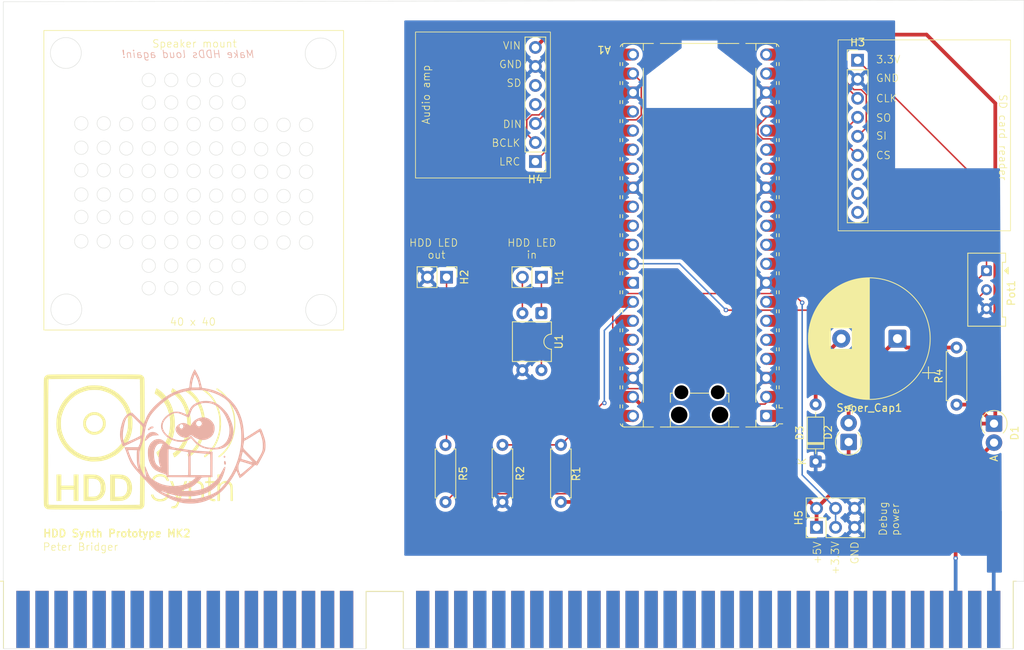
<source format=kicad_pcb>
(kicad_pcb (version 20241229) (generator "pcbnew") (generator_version "9.0")
  (layers (0 "F.Cu" signal) (2 "B.Cu" signal) (13 "F.Paste" user) (15 "B.Paste" user) (5 "F.SilkS" user "F.Silkscreen") (7 "B.SilkS" user "B.Silkscreen") (1 "F.Mask" user) (3 "B.Mask" user) (25 "Edge.Cuts" user))
  (net 0 "")
  (net 2 "GND")
  (net 13 "+5V")
  (net 61 "+3.3V")
  (net 62 "/SD_SO")
  (net 63 "/SD_CLK")
  (net 65 "/I2S_LRC")
  (net 66 "/SD_SI")
  (net 67 "/I2S_DIN")
  (net 70 "/I2S_BCLK")
  (net 75 "/SD_CS")
  (net 110 "Net-(A1-GPIO26_ADC0)")
  (net 111 "Net-(A1-GPIO1)")
  (net 112 "Net-(A1-GPIO27_ADC1)")
  (net 113 "Net-(A1-GPIO28_ADC2)")
  (net 114 "Net-(D2-A)")
  (net 115 "Net-(H1-Pin_2)")
  (net 116 "Net-(H1-Pin_1)")
  (net 117 "Net-(H2-Pin_1)")
  (net 123 "Net-(D3-A)")
  (footprint "Diode_THT:D_DO-41_SOD81_P2.54mm_Vertical_AnodeUp" (layer "F.Cu") (at 203.2 110.347818 -90)
    (property "Reference" "D1")
    (property "Value" "1N5817")
  )
  (footprint "Resistor_THT:R_Axial_DIN0207_L6.3mm_D2.5mm_P7.62mm_Horizontal" (layer "F.Cu") (at 198.2 107.81 90)
    (property "Reference" "R4")
    (property "Value" "50R")
  )
  (footprint "CustomGraphics:HDDSynth_Small" (layer "F.Cu") (at 90.2 112.8)
    (property "Reference" "G***" (hide yes))
    (property "Value" "LOGO" (hide yes))
  )
  (footprint "Capacitor_THT:CP_Radial_D16.0mm_P7.50mm" (layer "F.Cu") (at 190.312755 99 180)
    (property "Reference" "Super_Cap1")
    (property "Value" "1.5F")
  )
  (footprint "Connector_PinHeader_2.54mm:PinHeader_2x03_P2.54mm_Vertical" (layer "F.Cu") (at 179.52 124.2 90)
    (property "Reference" "H5")
    (property "Value" "Debug_power_header")
  )
  (footprint "Resistor_THT:R_Axial_DIN0207_L6.3mm_D2.5mm_P7.62mm_Horizontal" (layer "F.Cu") (at 145.4 113.19 -90)
    (property "Reference" "R1")
    (property "Value" "1K")
  )
  (footprint "Connector_PinHeader_2.54mm:PinHeader_1x02_P2.54mm_Vertical" (layer "F.Cu") (at 142.8 90.79 -90)
    (property "Reference" "H1")
    (property "Value" "Conn_01x02")
  )
  (footprint "Diode_THT:D_DO-41_SOD81_P2.54mm_Vertical_AnodeUp" (layer "F.Cu") (at 183.8 112.8 90)
    (property "Reference" "D2")
    (property "Value" "1N5817")
  )
  (footprint "Resistor_THT:R_Axial_DIN0207_L6.3mm_D2.5mm_P7.62mm_Horizontal" (layer "F.Cu") (at 137.6 113.19 -90)
    (property "Reference" "R2")
    (property "Value" "2K")
  )
  (footprint "Potentiometer_THT:Potentiometer_Bourns_3386W_Horizontal" (layer "F.Cu") (at 202.2 89.92 -90)
    (property "Reference" "Pot1")
    (property "Value" "R_Potentiometer")
  )
  (footprint "Connector_PinHeader_2.54mm:PinHeader_1x07_P2.54mm_Vertical" (layer "F.Cu") (at 142 75.35 180)
    (property "Reference" "H4")
    (property "Value" "Conn_01x07")
  )
  (footprint "Package_DIP:DIP-4_W7.62mm" (layer "F.Cu") (at 142.8 95.595 -90)
    (property "Reference" "U1")
    (property "Value" "Optocoupler_DC_PhotoNPN_AKEC")
  )
  (footprint "Resistor_THT:R_Axial_DIN0207_L6.3mm_D2.5mm_P7.62mm_Horizontal" (layer "F.Cu") (at 130 113.2 -90)
    (property "Reference" "R5")
    (property "Value" "330R")
  )
  (footprint "Connector_PinHeader_2.54mm:PinHeader_1x02_P2.54mm_Vertical" (layer "F.Cu") (at 130.14 90.79 -90)
    (property "Reference" "H2")
    (property "Value" "Conn_01x02")
  )
  (footprint "Connector_PinHeader_2.54mm:PinHeader_1x09_P2.54mm_Vertical" (layer "F.Cu") (at 185 61.82)
    (property "Reference" "H3")
    (property "Value" "Conn_01x09")
  )
  (footprint "Diode_THT:D_DO-35_SOD27_P7.62mm_Horizontal" (layer "F.Cu") (at 179.4 115.41 90)
    (property "Reference" "D3")
    (property "Value" "D_Zener_5.1v")
  )
  (footprint "Connector_PCBEdge:BUS_AT" (layer "F.Cu") (at 203.16 136.5)
    (property "Reference" "J2" (hide yes))
    (property "Value" "Bus_ISA_8bit")
  )
  (footprint "Module:RaspberryPi_Pico_Common_Unspecified" (layer "F.Cu") (at 163.91 85.19 180)
    (property "Reference" "A1")
    (property "Value" "RaspberryPi_Pico")
  )
  (footprint "CustomGraphics:Dopefish" (layer "B.Cu") (at 96.2 111.8 180)
    (property "Reference" "G***" (hide yes))
    (property "Value" "LOGO" (hide yes))
  )
  (gr_rect (start 182.4 59.1) (end 205.4 84.6) (stroke (width 0.1)) (fill no) (layer "F.SilkS"))
  (gr_rect (start 126 58.05) (end 144 77.55) (stroke (width 0.1)) (fill no) (layer "F.SilkS"))
  (gr_rect (start 76.4 57.85) (end 116.4 97.85) (stroke (width 0.1)) (fill no) (layer "F.SilkS"))
  (gr_circle (center 111.4 76.711553) (end 111.9 75.961553) (stroke (width 0.05)) (fill no) (layer "Edge.Cuts"))
  (gr_circle (center 96.4 67.462941) (end 96.9 66.712941) (stroke (width 0.05)) (fill no) (layer "Edge.Cuts"))
  (gr_circle (center 81.4 76.501388) (end 81.9 75.751388) (stroke (width 0.05)) (fill no) (layer "Edge.Cuts"))
  (gr_circle (center 96.4 70.35) (end 96.9 69.6) (stroke (width 0.05)) (fill no) (layer "Edge.Cuts"))
  (gr_circle (center 81.4 79.751388) (end 81.9 79.001388) (stroke (width 0.05)) (fill no) (layer "Edge.Cuts"))
  (gr_circle (center 90.4 70.35) (end 90.9 69.6) (stroke (width 0.05)) (fill no) (layer "Edge.Cuts"))
  (gr_circle (center 93.4 92.262941) (end 93.9 91.512941) (stroke (width 0.05)) (fill no) (layer "Edge.Cuts"))
  (gr_circle (center 105.4 70.448612) (end 105.9 69.698612) (stroke (width 0.05)) (fill no) (layer "Edge.Cuts"))
  (gr_circle (center 99.4 70.35) (end 99.9 69.6) (stroke (width 0.05)) (fill no) (layer "Edge.Cuts"))
  (gr_circle (center 99.4 67.462941) (end 99.9 66.712941) (stroke (width 0.05)) (fill no) (layer "Edge.Cuts"))
  (gr_circle (center 96.4 92.262941) (end 96.9 91.512941) (stroke (width 0.05)) (fill no) (layer "Edge.Cuts"))
  (gr_circle (center 84.4 86.001388) (end 84.9 85.251388) (stroke (width 0.05)) (fill no) (layer "Edge.Cuts"))
  (gr_circle (center 99.4 73.6) (end 99.9 72.85) (stroke (width 0.05)) (fill no) (layer "Edge.Cuts"))
  (gr_circle (center 96.4 89.262941) (end 96.9 88.512941) (stroke (width 0.05)) (fill no) (layer "Edge.Cuts"))
  (gr_circle (center 81.4 82.751388) (end 81.9 82.001388) (stroke (width 0.05)) (fill no) (layer "Edge.Cuts"))
  (gr_circle (center 102.4 79.9) (end 102.9 79.15) (stroke (width 0.05)) (fill no) (layer "Edge.Cuts"))
  (gr_circle (center 111.4 79.961553) (end 111.9 79.211553) (stroke (width 0.05)) (fill no) (layer "Edge.Cuts"))
  (gr_circle (center 93.4 64.462941) (end 93.9 63.712941) (stroke (width 0.05)) (fill no) (layer "Edge.Cuts"))
  (gr_circle (center 87.4 70.35) (end 87.9 69.6) (stroke (width 0.05)) (fill no) (layer "Edge.Cuts"))
  (gr_circle (center 99.4 86.1) (end 99.9 85.35) (stroke (width 0.05)) (fill no) (layer "Edge.Cuts"))
  (gr_circle (center 90.4 76.6) (end 90.9 75.85) (stroke (width 0.05)) (fill no) (layer "Edge.Cuts"))
  (gr_poly (pts (xy 205.8 140.4) (xy 124.4 140.4) (xy 124.4 132.8) (xy 119.4 132.8) (xy 119.4 140.4) (xy 71 140.4) (xy 71 54) (xy 207.2 53.8) (xy 207.2 131.4) (xy 205.8 131.4)) (stroke (width 0.05)) (fill no) (layer "Edge.Cuts"))
  (gr_circle (center 93.4 73.6) (end 93.9 72.85) (stroke (width 0.05)) (fill no) (layer "Edge.Cuts"))
  (gr_circle (center 108.4 73.698612) (end 108.9 72.948612) (stroke (width 0.05)) (fill no) (layer "Edge.Cuts"))
  (gr_circle (center 102.4 82.85) (end 102.9 82.1) (stroke (width 0.05)) (fill no) (layer "Edge.Cuts"))
  (gr_circle (center 96.4 76.6) (end 96.9 75.85) (stroke (width 0.05)) (fill no) (layer "Edge.Cuts"))
  (gr_circle (center 93.4 82.85) (end 93.9 82.1) (stroke (width 0.05)) (fill no) (layer "Edge.Cuts"))
  (gr_circle (center 102.4 67.462941) (end 102.9 66.712941) (stroke (width 0.05)) (fill no) (layer "Edge.Cuts"))
  (gr_circle (center 81.4 86.001388) (end 81.9 85.251388) (stroke (width 0.05)) (fill no) (layer "Edge.Cuts"))
  (gr_circle (center 87.4 76.6) (end 87.9 75.85) (stroke (width 0.05)) (fill no) (layer "Edge.Cuts"))
  (gr_circle (center 84.4 73.501388) (end 84.9 72.751388) (stroke (width 0.05)) (fill no) (layer "Edge.Cuts"))
  (gr_circle (center 102.4 73.6) (end 102.9 72.85) (stroke (width 0.05)) (fill no) (layer "Edge.Cuts"))
  (gr_circle (center 96.4 73.6) (end 96.9 72.85) (stroke (width 0.05)) (fill no) (layer "Edge.Cuts"))
  (gr_circle (center 113.4 95.161553) (end 115.4 94.661553) (stroke (width 0.05)) (fill no) (layer "Edge.Cuts"))
  (gr_circle (center 113.338447 60.911553) (end 115.338447 60.411553) (stroke (width 0.05)) (fill no) (layer "Edge.Cuts"))
  (gr_circle (center 87.4 73.6) (end 87.9 72.85) (stroke (width 0.05)) (fill no) (layer "Edge.Cuts"))
  (gr_circle (center 99.4 79.9) (end 99.9 79.15) (stroke (width 0.05)) (fill no) (layer "Edge.Cuts"))
  (gr_circle (center 111.4 70.448612) (end 111.9 69.698612) (stroke (width 0.05)) (fill no) (layer "Edge.Cuts"))
  (gr_circle (center 102.4 86.1) (end 102.9 85.35) (stroke (width 0.05)) (fill no) (layer "Edge.Cuts"))
  (gr_circle (center 81.4 70.251388) (end 81.9 69.501388) (stroke (width 0.05)) (fill no) (layer "Edge.Cuts"))
  (gr_circle (center 105.4 82.911553) (end 105.9 82.161553) (stroke (width 0.05)) (fill no) (layer "Edge.Cuts"))
  (gr_circle (center 99.4 82.85) (end 99.9 82.1) (stroke (width 0.05)) (fill no) (layer "Edge.Cuts"))
  (gr_circle (center 99.4 92.262941) (end 99.9 91.512941) (stroke (width 0.05)) (fill no) (layer "Edge.Cuts"))
  (gr_circle (center 108.4 82.911553) (end 108.9 82.161553) (stroke (width 0.05)) (fill no) (layer "Edge.Cuts"))
  (gr_circle (center 93.4 89.262941) (end 93.9 88.512941) (stroke (width 0.05)) (fill no) (layer "Edge.Cuts"))
  (gr_circle (center 93.4 86.1) (end 93.9 85.35) (stroke (width 0.05)) (fill no) (layer "Edge.Cuts"))
  (gr_circle (center 90.4 86.1) (end 90.9 85.35) (stroke (width 0.05)) (fill no) (layer "Edge.Cuts"))
  (gr_circle (center 90.4 89.262941) (end 90.9 88.512941) (stroke (width 0.05)) (fill no) (layer "Edge.Cuts"))
  (gr_circle (center 90.4 64.462941) (end 90.9 63.712941) (stroke (width 0.05)) (fill no) (layer "Edge.Cuts"))
  (gr_circle (center 102.4 64.462941) (end 102.9 63.712941) (stroke (width 0.05)) (fill no) (layer "Edge.Cuts"))
  (gr_circle (center 102.4 92.262941) (end 102.9 91.512941) (stroke (width 0.05)) (fill no) (layer "Edge.Cuts"))
  (gr_circle (center 90.4 92.262941) (end 90.9 91.512941) (stroke (width 0.05)) (fill no) (layer "Edge.Cuts"))
  (gr_circle (center 87.4 79.85) (end 87.9 79.1) (stroke (width 0.05)) (fill no) (layer "Edge.Cuts"))
  (gr_circle (center 102.4 89.262941) (end 102.9 88.512941) (stroke (width 0.05)) (fill no) (layer "Edge.Cuts"))
  (gr_circle (center 105.4 76.711553) (end 105.9 75.961553) (stroke (width 0.05)) (fill no) (layer "Edge.Cuts"))
  (gr_circle (center 90.4 79.85) (end 90.9 79.1) (stroke (width 0.05)) (fill no) (layer "Edge.Cuts"))
  (gr_circle (center 87.4 86.1) (end 87.9 85.35) (stroke (width 0.05)) (fill no) (layer "Edge.Cuts"))
  (gr_circle (center 99.4 64.462941) (end 99.9 63.712941) (stroke (width 0.05)) (fill no) (layer "Edge.Cuts"))
  (gr_circle (center 90.4 82.85) (end 90.9 82.1) (stroke (width 0.05)) (fill no) (layer "Edge.Cuts"))
  (gr_circle (center 108.4 70.448612) (end 108.9 69.698612) (stroke (width 0.05)) (fill no) (layer "Edge.Cuts"))
  (gr_circle (center 108.4 76.711553) (end 108.9 75.961553) (stroke (width 0.05)) (fill no) (layer "Edge.Cuts"))
  (gr_circle (center 96.4 64.462941) (end 96.9 63.712941) (stroke (width 0.05)) (fill no) (layer "Edge.Cuts"))
  (gr_circle (center 108.4 86.161553) (end 108.9 85.411553) (stroke (width 0.05)) (fill no) (layer "Edge.Cuts"))
  (gr_circle (center 84.4 82.751388) (end 84.9 82.001388) (stroke (width 0.05)) (fill no) (layer "Edge.Cuts"))
  (gr_circle (center 79.4 95.1) (end 81.4 94.6) (stroke (width 0.05)) (fill no) (layer "Edge.Cuts"))
  (gr_circle (center 87.4 82.85) (end 87.9 82.1) (stroke (width 0.05)) (fill no) (layer "Edge.Cuts"))
  (gr_circle (center 111.4 86.161553) (end 111.9 85.411553) (stroke (width 0.05)) (fill no) (layer "Edge.Cuts"))
  (gr_circle (center 102.4 76.65) (end 102.9 75.9) (stroke (width 0.05)) (fill no) (layer "Edge.Cuts"))
  (gr_circle (center 96.4 79.85) (end 96.9 79.1) (stroke (width 0.05)) (fill no) (layer "Edge.Cuts"))
  (gr_circle (center 84.4 79.751388) (end 84.9 79.001388) (stroke (width 0.05)) (fill no) (layer "Edge.Cuts"))
  (gr_circle (center 79.338447 60.85) (end 81.338447 60.35) (stroke (width 0.05)) (fill no) (layer "Edge.Cuts"))
  (gr_circle (center 81.4 73.501388) (end 81.9 72.751388) (stroke (width 0.05)) (fill no) (layer "Edge.Cuts"))
  (gr_circle (center 90.4 67.462941) (end 90.9 66.712941) (stroke (width 0.05)) (fill no) (layer "Edge.Cuts"))
  (gr_circle (center 108.4 79.961553) (end 108.9 79.211553) (stroke (width 0.05)) (fill no) (layer "Edge.Cuts"))
  (gr_circle (center 93.4 67.462941) (end 93.9 66.712941) (stroke (width 0.05)) (fill no) (layer "Edge.Cuts"))
  (gr_circle (center 93.4 79.85) (end 93.9 79.1) (stroke (width 0.05)) (fill no) (layer "Edge.Cuts"))
  (gr_circle (center 93.4 76.6) (end 93.9 75.85) (stroke (width 0.05)) (fill no) (layer "Edge.Cuts"))
  (gr_circle (center 90.4 73.6) (end 90.9 72.85) (stroke (width 0.05)) (fill no) (layer "Edge.Cuts"))
  (gr_circle (center 99.4 89.262941) (end 99.9 88.512941) (stroke (width 0.05)) (fill no) (layer "Edge.Cuts"))
  (gr_circle (center 111.4 73.698612) (end 111.9 72.948612) (stroke (width 0.05)) (fill no) (layer "Edge.Cuts"))
  (gr_circle (center 105.4 79.911553) (end 105.9 79.161553) (stroke (width 0.05)) (fill no) (layer "Edge.Cuts"))
  (gr_circle (center 102.4 70.35) (end 102.9 69.6) (stroke (width 0.05)) (fill no) (layer "Edge.Cuts"))
  (gr_circle (center 105.4 73.698612) (end 105.9 72.948612) (stroke (width 0.05)) (fill no) (layer "Edge.Cuts"))
  (gr_circle (center 111.4 82.911553) (end 111.9 82.161553) (stroke (width 0.05)) (fill no) (layer "Edge.Cuts"))
  (gr_circle (center 84.4 76.501388) (end 84.9 75.751388) (stroke (width 0.05)) (fill no) (layer "Edge.Cuts"))
  (gr_circle (center 84.4 70.251388) (end 84.9 69.501388) (stroke (width 0.05)) (fill no) (layer "Edge.Cuts"))
  (gr_circle (center 99.4 76.65) (end 99.9 75.9) (stroke (width 0.05)) (fill no) (layer "Edge.Cuts"))
  (gr_circle (center 96.4 86.1) (end 96.9 85.35) (stroke (width 0.05)) (fill no) (layer "Edge.Cuts"))
  (gr_circle (center 96.4 82.85) (end 96.9 82.1) (stroke (width 0.05)) (fill no) (layer "Edge.Cuts"))
  (gr_circle (center 93.4 70.35) (end 93.9 69.6) (stroke (width 0.05)) (fill no) (layer "Edge.Cuts"))
  (gr_circle (center 105.4 86.161553) (end 105.9 85.411553) (stroke (width 0.05)) (fill no) (layer "Edge.Cuts"))
  (gr_text "+3.3V" (at 182.6 130.6 90) (layer "F.SilkS") (effects (font (size 1 1) (thickness 0.1)) (justify left bottom)))
  (gr_text "HDD LED\nin" (at 141.525 88.4 0) (layer "F.SilkS") (effects (font (size 1 1) (thickness 0.1)) (justify bottom)))
  (gr_text "Audio amp" (at 128 70.45 90) (layer "F.SilkS") (effects (font (size 1 1) (thickness 0.1)) (justify left bottom)))
  (gr_text "SI" (at 187.4 72.5 0) (layer "F.SilkS") (effects (font (size 1 1) (thickness 0.1)) (justify left bottom)))
  (gr_text "HDD LED \nout" (at 128.8 88.4 0) (layer "F.SilkS") (effects (font (size 1 1) (thickness 0.1)) (justify bottom)))
  (gr_text "GND" (at 137.1 62.95 0) (layer "F.SilkS") (effects (font (size 1 1) (thickness 0.1)) (justify left bottom)))
  (gr_text "GND" (at 185.2 129.2 90) (layer "F.SilkS") (effects (font (size 1 1) (thickness 0.1)) (justify left bottom)))
  (gr_text "Debug \npower" (at 190.6 125.4 90) (layer "F.SilkS") (effects (font (size 1 1) (thickness 0.1)) (justify left bottom)))
  (gr_text "CLK" (at 187.4 67.5 0) (layer "F.SilkS") (effects (font (size 1 1) (thickness 0.1)) (justify left bottom)))
  (gr_text "+5V" (at 180.2 129.2 90) (layer "F.SilkS") (effects (font (size 1 1) (thickness 0.1)) (justify left bottom)))
  (gr_text "LRC" (at 137.1 75.95 0) (layer "F.SilkS") (effects (font (size 1 1) (thickness 0.1)) (justify left bottom)))
  (gr_text "BCLK" (at 136.1 73.45 0) (layer "F.SilkS") (effects (font (size 1 1) (thickness 0.1)) (justify left bottom)))
  (gr_text "SD" (at 138.1 65.45 0) (layer "F.SilkS") (effects (font (size 1 1) (thickness 0.1)) (justify left bottom)))
  (gr_text "Speaker mount" (at 90.8 60.2 0) (layer "F.SilkS") (effects (font (size 1 1) (thickness 0.1)) (justify left bottom)))
  (gr_text "SO" (at 187.4 70.1 0) (layer "F.SilkS") (effects (font (size 1 1) (thickness 0.1)) (justify left bottom)))
  (gr_text "HDD Synth Prototype MK2" (at 76.2 125.6 0) (layer "F.SilkS") (effects (font (size 1 1) (thickness 0.2) (bold yes)) (justify left bottom)))
  (gr_text "SD card reader" (at 203.8 66.3 270) (layer "F.SilkS") (effects (font (size 1 1) (thickness 0.1)) (justify left bottom)))
  (gr_text "Peter Bridger" (at 76.2 127.4 0) (layer "F.SilkS") (effects (font (size 1 1) (thickness 0.1)) (justify left bottom)))
  (gr_text "CS" (at 187.4 75.1 0) (layer "F.SilkS") (effects (font (size 1 1) (thickness 0.1)) (justify left bottom)))
  (gr_text "40 x 40" (at 93.15 97.35 0) (layer "F.SilkS") (effects (font (size 1 1) (thickness 0.1)) (justify left bottom)))
  (gr_text "GND" (at 187.4 64.8 0) (layer "F.SilkS") (effects (font (size 1 1) (thickness 0.1)) (justify left bottom)))
  (gr_text "DIN" (at 137.6 70.95 0) (layer "F.SilkS") (effects (font (size 1 1) (thickness 0.1)) (justify left bottom)))
  (gr_text "3.3V" (at 187.4 62.3 0) (layer "F.SilkS") (effects (font (size 1 1) (thickness 0.1)) (justify left bottom)))
  (gr_text "VIN" (at 137.6 60.45 0) (layer "F.SilkS") (effects (font (size 1 1) (thickness 0.1)) (justify left bottom)))
  (gr_text "Make HDDs loud again!" (at 104.6 61.6 0) (layer "B.SilkS") (effects (font (size 1 1) (thickness 0.1) (italic yes)) (justify left bottom mirror)))
  (segment (start 140.359 103.66105) (end 140.359 102.74895) (width 0.2) (layer "F.Cu") (net 2))
  (segment (start 203.16 136.5) (end 203.16 128.41) (width 0.5) (layer "B.Cu") (net 2))
  (segment (start 203.16 128.41) (end 203 128.25) (width 0.2) (layer "B.Cu") (net 2))
  (segment (start 143.71 58.4) (end 194.2 58.4) (width 0.5) (layer "F.Cu") (net 13))
  (segment (start 203.371 67.571) (end 203.371 110.176818) (width 0.5) (layer "F.Cu") (net 13))
  (segment (start 203.2 110.347818) (end 190.832182 110.347818) (width 0.5) (layer "F.Cu") (net 13))
  (segment (start 142 60.11) (end 143.71 58.4) (width 0.5) (layer "F.Cu") (net 13))
  (segment (start 155.02 106.78) (end 169.05 120.81) (width 0.5) (layer "F.Cu") (net 13))
  (segment (start 178.67 120.81) (end 179.52 121.66) (width 0.5) (layer "F.Cu") (net 13))
  (segment (start 179.52 121.66) (end 179.52 124.2) (width 0.5) (layer "F.Cu") (net 13))
  (segment (start 203.2 113.09) (end 203.2 112.887818) (width 0.5) (layer "F.Cu") (net 13))
  (segment (start 194.2 58.4) (end 203.371 67.571) (width 0.5) (layer "F.Cu") (net 13))
  (segment (start 183 118.18) (end 179.52 121.66) (width 0.5) (layer "F.Cu") (net 13))
  (segment (start 198.08 128.34) (end 198.08 118.007818) (width 0.5) (layer "F.Cu") (net 13))
  (segment (start 198.2 107.81) (end 200.662182 107.81) (width 0.5) (layer "F.Cu") (net 13))
  (segment (start 190.832182 110.347818) (end 183.8 117.38) (width 0.5) (layer "F.Cu") (net 13))
  (segment (start 183.8 112.8) (end 183.8 117.38) (width 0.5) (layer "F.Cu") (net 13))
  (segment (start 203.371 110.176818) (end 203.2 110.347818) (width 0.5) (layer "F.Cu") (net 13))
  (segment (start 169.05 120.81) (end 169.4 120.81) (width 0.5) (layer "F.Cu") (net 13))
  (segment (start 183.8 117.38) (end 183 118.18) (width 0.5) (layer "F.Cu") (net 13))
  (segment (start 169.4 120.81) (end 178.67 120.81) (width 0.5) (layer "F.Cu") (net 13))
  (segment (start 145.4 120.81) (end 169.4 120.81) (width 0.5) (layer "F.Cu") (net 13))
  (segment (start 198.08 118.007818) (end 203.2 112.887818) (width 0.5) (layer "F.Cu") (net 13))
  (segment (start 200.662182 107.81) (end 203.2 110.347818) (width 0.5) (layer "F.Cu") (net 13))
  (via (at 198.08 128.34) (size 0.6) (drill 0.3) (layers "F.Cu" "B.Cu") (net 13))
  (segment (start 198.08 136.5) (end 198.08 128.34) (width 0.5) (layer "B.Cu") (net 13))
  (segment (start 198.1 136.48) (end 198.08 136.5) (width 0.5) (layer "B.Cu") (net 13))
  (segment (start 203.2 113.09) (end 203.2 112.887818) (width 0.5) (layer "B.Cu") (net 13))
  (segment (start 198 136.42) (end 198.08 136.5) (width 0.5) (layer "B.Cu") (net 13))
  (segment (start 176.379 92.979) (end 176.2 92.979) (width 0.2) (layer "F.Cu") (net 61))
  (segment (start 152.319 97.59037) (end 153.88863 99.16) (width 0.2) (layer "F.Cu") (net 61))
  (segment (start 152.319 93.62395) (end 152.319 97.59037) (width 0.2) (layer "F.Cu") (net 61))
  (segment (start 177.6 94.2) (end 176.379 92.979) (width 0.2) (layer "F.Cu") (net 61))
  (segment (start 176.2 92.979) (end 152.96395 92.979) (width 0.2) (layer "F.Cu") (net 61))
  (segment (start 202.2 79.02) (end 202.2 89.92) (width 0.2) (layer "F.Cu") (net 61))
  (segment (start 153.88863 99.16) (end 155.02 99.16) (width 0.2) (layer "F.Cu") (net 61))
  (segment (start 199.141 92.979) (end 176.2 92.979) (width 0.2) (layer "F.Cu") (net 61))
  (segment (start 185 61.82) (end 202.2 79.02) (width 0.2) (layer "F.Cu") (net 61))
  (segment (start 202.2 89.92) (end 199.141 92.979) (width 0.2) (layer "F.Cu") (net 61))
  (segment (start 152.96395 92.979) (end 152.319 93.62395) (width 0.2) (layer "F.Cu") (net 61))
  (via (at 177.6 94.2) (size 0.6) (drill 0.3) (layers "F.Cu" "B.Cu") (net 61))
  (segment (start 182.06 121.66) (end 182.06 124.2) (width 0.2) (layer "B.Cu") (net 61))
  (segment (start 182.06 121.66) (end 177.6 117.2) (width 0.2) (layer "B.Cu") (net 61))
  (segment (start 177.6 117.2) (end 177.6 94.2) (width 0.2) (layer "B.Cu") (net 61))
  (segment (start 183.22 71.22) (end 173.6 71.22) (width 0.2) (layer "F.Cu") (net 62))
  (segment (start 185 69.44) (end 183.22 71.22) (width 0.2) (layer "F.Cu") (net 62))
  (segment (start 185 66.9) (end 181.7 63.6) (width 0.2) (layer "F.Cu") (net 63))
  (segment (start 181.7 63.6) (end 173.6 63.6) (width 0.2) (layer "F.Cu") (net 63))
  (segment (start 155.47605 69.781) (end 156.126 69.13105) (width 0.2) (layer "F.Cu") (net 65))
  (segment (start 147.569 69.781) (end 155.47605 69.781) (width 0.2) (layer "F.Cu") (net 65))
  (segment (start 156.126 64.706) (end 155.02 63.6) (width 0.2) (layer "F.Cu") (net 65))
  (segment (start 142 75.35) (end 147.569 69.781) (width 0.2) (layer "F.Cu") (net 65))
  (segment (start 156.126 69.13105) (end 156.126 64.706) (width 0.2) (layer "F.Cu") (net 65))
  (segment (start 186.151 70.829) (end 186.151 66.42324) (width 0.2) (layer "F.Cu") (net 66))
  (segment (start 179.83424 61.06) (end 173.6 61.06) (width 0.2) (layer "F.Cu") (net 66))
  (segment (start 184.52324 65.749) (end 179.83424 61.06) (width 0.2) (layer "F.Cu") (net 66))
  (segment (start 186.151 66.42324) (end 185.47676 65.749) (width 0.2) (layer "F.Cu") (net 66))
  (segment (start 185.47676 65.749) (end 184.52324 65.749) (width 0.2) (layer "F.Cu") (net 66))
  (segment (start 185 71.98) (end 186.151 70.829) (width 0.2) (layer "F.Cu") (net 66))
  (segment (start 142 70.27) (end 143.59 68.68) (width 0.2) (layer "F.Cu") (net 67))
  (segment (start 143.59 68.68) (end 155.02 68.68) (width 0.2) (layer "F.Cu") (net 67))
  (segment (start 140.849 69.79324) (end 141.52324 69.119) (width 0.2) (layer "F.Cu") (net 70))
  (segment (start 141.52324 69.119) (end 142.47676 69.119) (width 0.2) (layer "F.Cu") (net 70))
  (segment (start 142 72.81) (end 140.849 71.659) (width 0.2) (layer "F.Cu") (net 70))
  (segment (start 150.53576 61.06) (end 155.02 61.06) (width 0.2) (layer "F.Cu") (net 70))
  (segment (start 140.849 71.659) (end 140.849 69.79324) (width 0.2) (layer "F.Cu") (net 70))
  (segment (start 142.47676 69.119) (end 150.53576 61.06) (width 0.2) (layer "F.Cu") (net 70))
  (segment (start 182.801 72.321) (end 172.34395 72.321) (width 0.2) (layer "F.Cu") (net 75))
  (segment (start 185 74.52) (end 182.801 72.321) (width 0.2) (layer "F.Cu") (net 75))
  (segment (start 171.699 71.67605) (end 171.699 70.581) (width 0.2) (layer "F.Cu") (net 75))
  (segment (start 171.699 70.581) (end 173.6 68.68) (width 0.2) (layer "F.Cu") (net 75))
  (segment (start 172.34395 72.321) (end 171.699 71.67605) (width 0.2) (layer "F.Cu") (net 75))
  (segment (start 142.8 103.215) (end 142.8 98.06295) (width 0.2) (layer "F.Cu") (net 110))
  (segment (start 142.815 103.2) (end 142.8 103.215) (width 0.2) (layer "F.Cu") (net 110))
  (segment (start 153.88863 86.46) (end 155.02 86.46) (width 0.2) (layer "F.Cu") (net 110))
  (segment (start 142.8 98.06295) (end 154.40295 86.46) (width 0.2) (layer "F.Cu") (net 110))
  (segment (start 142.8 103.215) (end 142.84705 103.215) (width 0.2) (layer "F.Cu") (net 110))
  (segment (start 154.40295 86.46) (end 155.02 86.46) (width 0.2) (layer "F.Cu") (net 110))
  (segment (start 160.583976 107.739) (end 172.641 107.739) (width 0.2) (layer "F.Cu") (net 111))
  (segment (start 151.491 119.709) (end 152.319 118.881) (width 0.2) (layer "F.Cu") (net 111))
  (segment (start 130 120.82) (end 131.111 119.709) (width 0.2) (layer "F.Cu") (net 111))
  (segment (start 131.111 119.709) (end 151.491 119.709) (width 0.2) (layer "F.Cu") (net 111))
  (segment (start 158.523976 105.679) (end 160.583976 107.739) (width 0.2) (layer "F.Cu") (net 111))
  (segment (start 152.319 118.881) (end 152.319 106.32395) (width 0.2) (layer "F.Cu") (net 111))
  (segment (start 152.319 106.32395) (end 152.96395 105.679) (width 0.2) (layer "F.Cu") (net 111))
  (segment (start 172.641 107.739) (end 173.6 106.78) (width 0.2) (layer "F.Cu") (net 111))
  (segment (start 152.96395 105.679) (end 158.523976 105.679) (width 0.2) (layer "F.Cu") (net 111))
  (segment (start 202.2 92.46) (end 199.46 95.2) (width 0.2) (layer "F.Cu") (net 112))
  (segment (start 167.448347 95.2) (end 167.428613 95.180266) (width 0.2) (layer "F.Cu") (net 112))
  (segment (start 199.46 95.2) (end 167.448347 95.2) (width 0.2) (layer "F.Cu") (net 112))
  (via (at 167.428613 95.180266) (size 0.6) (drill 0.3) (layers "F.Cu" "B.Cu") (net 112))
  (segment (start 161.248347 89) (end 155.02 89) (width 0.2) (layer "B.Cu") (net 112))
  (segment (start 167.428613 95.180266) (end 161.248347 89) (width 0.2) (layer "B.Cu") (net 112))
  (segment (start 150.99 107.6) (end 151.2 107.6) (width 0.2) (layer "F.Cu") (net 113))
  (segment (start 137.6 113.19) (end 145.4 113.19) (width 0.2) (layer "F.Cu") (net 113))
  (segment (start 145.4 113.19) (end 150.99 107.6) (width 0.2) (layer "F.Cu") (net 113))
  (via (at 151.2 107.6) (size 0.6) (drill 0.3) (layers "F.Cu" "B.Cu") (net 113))
  (segment (start 151.2 97.9) (end 155.02 94.08) (width 0.2) (layer "B.Cu") (net 113))
  (segment (start 151.2 107.6) (end 151.2 97.9) (width 0.2) (layer "B.Cu") (net 113))
  (segment (start 183.8 110.26) (end 183.8 105.512755) (width 0.5) (layer "F.Cu") (net 114))
  (segment (start 198.2 100.19) (end 191.502755 100.19) (width 0.5) (layer "F.Cu") (net 114))
  (segment (start 183.8 105.512755) (end 190.312755 99) (width 0.5) (layer "F.Cu") (net 114))
  (segment (start 191.502755 100.19) (end 190.312755 99) (width 0.5) (layer "F.Cu") (net 114))
  (segment (start 140.26 90.79) (end 140.26 95.595) (width 0.2) (layer "F.Cu") (net 115))
  (segment (start 142.8 90.79) (end 142.8 95.595) (width 0.2) (layer "F.Cu") (net 116))
  (segment (start 130.14 90.79) (end 130.14 113.06) (width 0.2) (layer "F.Cu") (net 117))
  (segment (start 130.14 113.06) (end 130 113.2) (width 0.2) (layer "F.Cu") (net 117))
  (segment (start 130.2 90.85) (end 130.14 90.79) (width 0.2) (layer "F.Cu") (net 117))
  (segment (start 182.812755 99) (end 179.4 102.412755) (width 0.5) (layer "F.Cu") (net 123))
  (segment (start 179.4 102.412755) (end 179.4 107.79) (width 0.5) (layer "F.Cu") (net 123))
  (zone (net 2) (net_name "GND") (layer "B.Cu") (name "Ground _Plane") (connect_pads (clearance 0.5)) (min_thickness 0.25) (fill yes (thermal_gap 0.5) (thermal_bridge_width 0.5) (island_removal_mode 1) (island_area_min 10))
    (polygon (pts (xy 124.5 100.5) (xy 124.5 79) (xy 124.5 56.5) (xy 190 56.5) (xy 190 76.25) (xy 204 76.25) (xy 204.234597 121.996493) (xy 204.25 121.996502) (xy 204.25 130.25) (xy 202.25 130.25) (xy 202.25 128) (xy 181.5 128) (xy 179.25 128) (xy 124.5 128)))
  )
)
</source>
